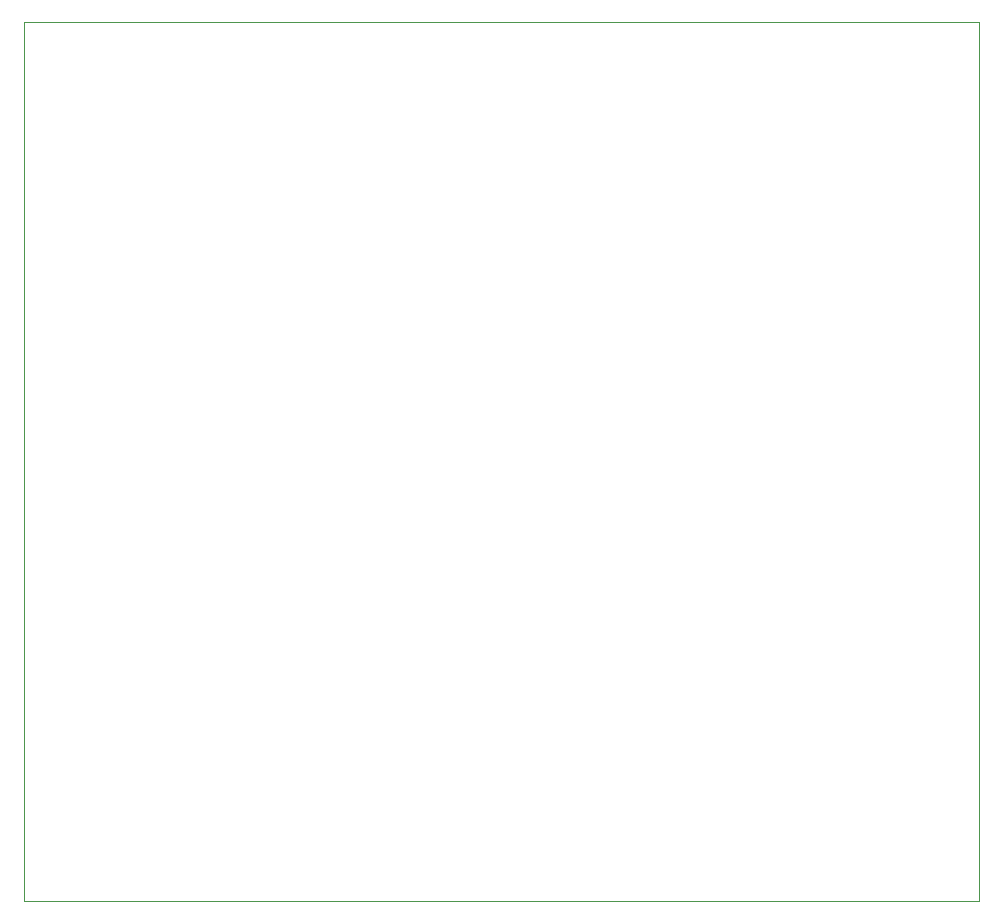
<source format=gbr>
%TF.GenerationSoftware,KiCad,Pcbnew,9.0.5*%
%TF.CreationDate,2025-12-10T21:52:02+05:30*%
%TF.ProjectId,macropad,6d616372-6f70-4616-942e-6b696361645f,rev?*%
%TF.SameCoordinates,Original*%
%TF.FileFunction,Profile,NP*%
%FSLAX46Y46*%
G04 Gerber Fmt 4.6, Leading zero omitted, Abs format (unit mm)*
G04 Created by KiCad (PCBNEW 9.0.5) date 2025-12-10 21:52:02*
%MOMM*%
%LPD*%
G01*
G04 APERTURE LIST*
%TA.AperFunction,Profile*%
%ADD10C,0.050000*%
%TD*%
G04 APERTURE END LIST*
D10*
X180200000Y-52795000D02*
X261000000Y-52795000D01*
X261000000Y-127205000D01*
X180200000Y-127205000D01*
X180200000Y-52795000D01*
M02*

</source>
